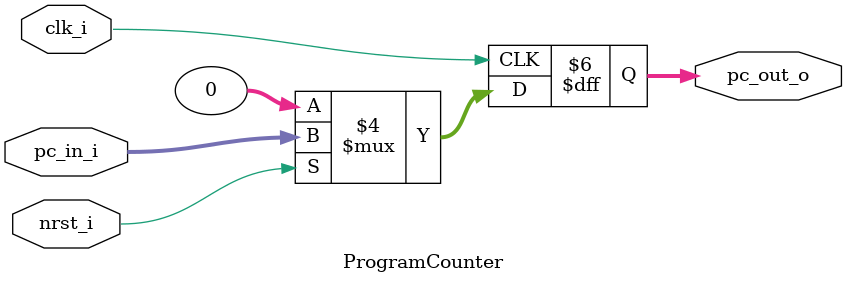
<source format=v>
`timescale 1ns / 1ps

module ProgramCounter(
    clk_i,
	nrst_i,
	pc_in_i,
	pc_out_o
	);
     
//I/O ports
input           clk_i;
input	        nrst_i;
input  [32-1:0] pc_in_i;
output [32-1:0] pc_out_o;
 
//Internal Signals
reg    [32-1:0] pc_out_o;
 
//Parameter

    
//Main function
always @(posedge clk_i) begin
    if(~nrst_i)
	    pc_out_o <= 0;
	else
	    pc_out_o <= pc_in_i;
end

endmodule



                    
                    
</source>
